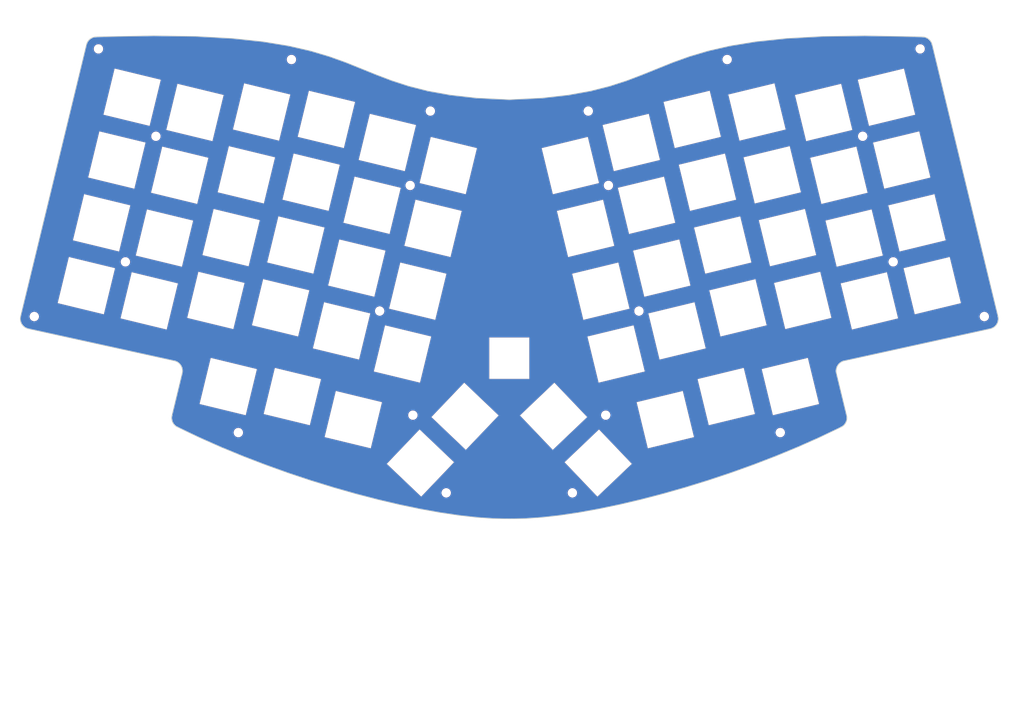
<source format=kicad_pcb>
(kicad_pcb (version 20211014) (generator pcbnew)
  (layers (0 "F.Cu" signal) (31 "B.Cu" signal) (34 "B.Paste" user) (35 "F.Paste" user) (36 "B.SilkS" user "B.Silkscreen") (37 "F.SilkS" user "F.Silkscreen") (38 "B.Mask" user) (39 "F.Mask" user) (44 "Edge.Cuts" user))
  (net 0 "")
  (footprint "footprints:thread_m2" (layer "F.Cu") (at 32.32276 109.967619)
    (fp_text reference "Ref**" hide)
    (fp_text value "Val**" hide)
    (pad "" np_thru_hole circle locked (at 0 0) (size 2.3 2.3) (drill 2.3) (layers *.Cu *.Mask))
  )
  (footprint "footprints:thread_m2" (layer "F.Cu") (at 134.058884 108.35541)
    (fp_text reference "Ref**" hide)
    (fp_text value "Val**" hide)
    (pad "" np_thru_hole circle locked (at 0 0) (size 2.3 2.3) (drill 2.3) (layers *.Cu *.Mask))
  )
  (footprint "footprints:thread_m2" (layer "F.Cu") (at 195.503598 49.411056)
    (fp_text reference "Ref**" hide)
    (fp_text value "Val**" hide)
    (pad "" np_thru_hole circle locked (at 0 0) (size 2.3 2.3) (drill 2.3) (layers *.Cu *.Mask))
  )
  (footprint "footprints:thread_m2" (layer "F.Cu") (at 190.82531 161.9455)
    (fp_text reference "Ref**" hide)
    (fp_text value "Val**" hide)
    (pad "" np_thru_hole circle locked (at 0 0) (size 2.3 2.3) (drill 2.3) (layers *.Cu *.Mask))
  )
  (footprint "footprints:thread_m2" (layer "F.Cu") (at 143.043649 71.329958)
    (fp_text reference "Ref**" hide)
    (fp_text value "Val**" hide)
    (pad "" np_thru_hole circle locked (at 0 0) (size 2.3 2.3) (drill 2.3) (layers *.Cu *.Mask))
  )
  (footprint "footprints:thread_m2" (layer "F.Cu") (at 210.428616 108.35541)
    (fp_text reference "Ref**" hide)
    (fp_text value "Val**" hide)
    (pad "" np_thru_hole circle locked (at 0 0) (size 2.3 2.3) (drill 2.3) (layers *.Cu *.Mask))
  )
  (footprint "footprints:thread_m2" (layer "F.Cu") (at 143.842706 139.039552)
    (fp_text reference "Ref**" hide)
    (fp_text value "Val**" hide)
    (pad "" np_thru_hole circle locked (at 0 0) (size 2.3 2.3) (drill 2.3) (layers *.Cu *.Mask))
  )
  (footprint "footprints:thread_m2" (layer "F.Cu") (at 92.428272 144.176225)
    (fp_text reference "Ref**" hide)
    (fp_text value "Val**" hide)
    (pad "" np_thru_hole circle locked (at 0 0) (size 2.3 2.3) (drill 2.3) (layers *.Cu *.Mask))
  )
  (footprint "footprints:thread_m2" (layer "F.Cu") (at 68.150425 56.831564)
    (fp_text reference "Ref**" hide)
    (fp_text value "Val**" hide)
    (pad "" np_thru_hole circle locked (at 0 0) (size 2.3 2.3) (drill 2.3) (layers *.Cu *.Mask))
  )
  (footprint "footprints:thread_m2" (layer "F.Cu") (at 59.165661 93.857014)
    (fp_text reference "Ref**" hide)
    (fp_text value "Val**" hide)
    (pad "" np_thru_hole circle locked (at 0 0) (size 2.3 2.3) (drill 2.3) (layers *.Cu *.Mask))
  )
  (footprint "footprints:thread_m2" (layer "F.Cu") (at 252.059228 144.176225)
    (fp_text reference "Ref**" hide)
    (fp_text value "Val**" hide)
    (pad "" np_thru_hole circle locked (at 0 0) (size 2.3 2.3) (drill 2.3) (layers *.Cu *.Mask))
  )
  (footprint "footprints:thread_m2" (layer "F.Cu") (at 285.32184 93.857014)
    (fp_text reference "Ref**" hide)
    (fp_text value "Val**" hide)
    (pad "" np_thru_hole circle locked (at 0 0) (size 2.3 2.3) (drill 2.3) (layers *.Cu *.Mask))
  )
  (footprint "footprints:thread_m2" (layer "F.Cu") (at 153.662189 161.9455)
    (fp_text reference "Ref**" hide)
    (fp_text value "Val**" hide)
    (pad "" np_thru_hole circle locked (at 0 0) (size 2.3 2.3) (drill 2.3) (layers *.Cu *.Mask))
  )
  (footprint "footprints:thread_m2" (layer "F.Cu") (at 148.983902 49.411055)
    (fp_text reference "Ref**" hide)
    (fp_text value "Val**" hide)
    (pad "" np_thru_hole circle locked (at 0 0) (size 2.3 2.3) (drill 2.3) (layers *.Cu *.Mask))
  )
  (footprint "footprints:thread_m2" (layer "F.Cu") (at 200.644795 139.039553)
    (fp_text reference "Ref**" hide)
    (fp_text value "Val**" hide)
    (pad "" np_thru_hole circle locked (at 0 0) (size 2.3 2.3) (drill 2.3) (layers *.Cu *.Mask))
  )
  (footprint "footprints:thread_m2" (layer "F.Cu") (at 236.41531 34.213833)
    (fp_text reference "Ref**" hide)
    (fp_text value "Val**" hide)
    (pad "" np_thru_hole circle locked (at 0 0) (size 2.3 2.3) (drill 2.3) (layers *.Cu *.Mask))
  )
  (footprint "footprints:thread_m2" (layer "F.Cu") (at 312.16474 109.967618)
    (fp_text reference "Ref**" hide)
    (fp_text value "Val**" hide)
    (pad "" np_thru_hole circle locked (at 0 0) (size 2.3 2.3) (drill 2.3) (layers *.Cu *.Mask))
  )
  (footprint "footprints:thread_m2" (layer "F.Cu") (at 276.337074 56.831564)
    (fp_text reference "Ref**" hide)
    (fp_text value "Val**" hide)
    (pad "" np_thru_hole circle locked (at 0 0) (size 2.3 2.3) (drill 2.3) (layers *.Cu *.Mask))
  )
  (footprint "footprints:thread_m2" (layer "F.Cu") (at 108.07219 34.213833)
    (fp_text reference "Ref**" hide)
    (fp_text value "Val**" hide)
    (pad "" np_thru_hole circle locked (at 0 0) (size 2.3 2.3) (drill 2.3) (layers *.Cu *.Mask))
  )
  (footprint "footprints:thread_m2" (layer "F.Cu") (at 201.443852 71.329958)
    (fp_text reference "Ref**" hide)
    (fp_text value "Val**" hide)
    (pad "" np_thru_hole circle locked (at 0 0) (size 2.3 2.3) (drill 2.3) (layers *.Cu *.Mask))
  )
  (footprint "footprints:thread_m2" (layer "F.Cu") (at 51.225279 31.08143)
    (fp_text reference "Ref**" hide)
    (fp_text value "Val**" hide)
    (pad "" np_thru_hole circle locked (at 0 0) (size 2.3 2.3) (drill 2.3) (layers *.Cu *.Mask))
  )
  (footprint "footprints:thread_m2" (layer "F.Cu") (at 293.262218 31.081431)
    (fp_text reference "Ref**" hide)
    (fp_text value "Val**" hide)
    (pad "" np_thru_hole circle locked (at 0 0) (size 2.3 2.3) (drill 2.3) (layers *.Cu *.Mask))
  )
  (gr_line (start 286.764987 110.511403) (end 273.159834 113.812892) (layer "Edge.Cuts") (width 0.05))
  (gr_line (start 185.070239 73.930156) (end 181.76875 60.325003) (layer "Edge.Cuts") (width 0.05))
  (gr_line (start 178.14375 116.1375) (end 178.14375 128.3375) (layer "Edge.Cuts") (width 0.05))
  (gr_line (start 72.826638 140.340233) (end 72.807354 140.208122) (layer "Edge.Cuts") (width 0.204448))
  (gr_line (start 208.851049 112.561691) (end 212.152538 126.166844) (layer "Edge.Cuts") (width 0.05))
  (gr_line (start 28.233966 111.110147) (end 28.213613 110.963526) (layer "Edge.Cuts") (width 0.204448))
  (gr_line (start 291.672558 109.320508) (end 288.371069 95.715355) (layer "Edge.Cuts") (width 0.05))
  (gr_line (start 199.719925 53.518529) (end 213.325078 50.21704) (layer "Edge.Cuts") (width 0.05))
  (gr_line (start 29.422475 113.058628) (end 29.306226 112.967974) (layer "Edge.Cuts") (width 0.204448))
  (gr_line (start 136.827344 107.654118) (end 140.128833 94.048965) (layer "Edge.Cuts") (width 0.05))
  (gr_line (start 49.801477 27.636031) (end 49.921894 27.604745) (layer "Edge.Cuts") (width 0.204448))
  (gr_line (start 296.482851 29.026956) (end 296.543097 29.135258) (layer "Edge.Cuts") (width 0.204448))
  (gr_line (start 269.818505 142.643689) (end 269.818505 142.643689) (layer "Edge.Cuts") (width 0.204448))
  (gr_line (start 295.861331 28.274012) (end 295.951458 28.356189) (layer "Edge.Cuts") (width 0.204448))
  (gr_line (start 74.668995 142.643689) (end 74.540768 142.587792) (layer "Edge.Cuts") (width 0.204448))
  (gr_line (start 47.747428 29.595758) (end 47.789825 29.476734) (layer "Edge.Cuts") (width 0.204448))
  (gr_line (start 295.671625 28.120871) (end 295.768013 28.195542) (layer "Edge.Cuts") (width 0.204448))
  (gr_line (start 28.384444 111.67661) (end 28.336745 111.538458) (layer "Edge.Cuts") (width 0.204448))
  (gr_line (start 49.01737 27.98333) (end 49.122236 27.920653) (layer "Edge.Cuts") (width 0.204448))
  (gr_line (start 314.818268 113.223344) (end 314.688042 113.296944) (layer "Edge.Cuts") (width 0.204448))
  (gr_line (start 250.779149 151.116138) (end 244.154356 153.665827) (layer "Edge.Cuts") (width 0.204448))
  (gr_line (start 73.319775 141.557133) (end 73.247247 141.44663) (layer "Edge.Cuts") (width 0.204448))
  (gr_line (start 49.229689 27.862166) (end 49.339602 27.807969) (layer "Edge.Cuts") (width 0.204448))
  (gr_line (start 216.49856 122.661859) (end 213.197071 109.056706) (layer "Edge.Cuts") (width 0.05))
  (gr_line (start 188.533318 152.920644) (end 198.664981 143.258895) (layer "Edge.Cuts") (width 0.05))
  (gr_line (start 141.466085 67.123681) (end 127.860932 63.822192) (layer "Edge.Cuts") (width 0.05))
  (gr_line (start 246.581641 125.459036) (end 260.186794 122.157547) (layer "Edge.Cuts") (width 0.05))
  (gr_line (start 316.191825 111.397842) (end 316.150755 111.538458) (layer "Edge.Cuts") (width 0.204448))
  (gr_line (start 291.616148 27.465025) (end 291.616148 27.465025) (layer "Edge.Cuts") (width 0.204448))
  (gr_line (start 72.870269 139.123418) (end 72.870269 139.123418) (layer "Edge.Cuts") (width 0.204448))
  (gr_line (start 296.121657 28.531264) (end 296.201487 28.623968) (layer "Edge.Cuts") (width 0.204448))
  (gr_line (start 271.701158 139.940515) (end 271.693608 140.074823) (layer "Edge.Cuts") (width 0.204448))
  (gr_line (start 276.908507 27.190899) (end 291.616148 27.465025) (layer "Edge.Cuts") (width 0.204448))
  (gr_line (start 73.644204 123.055246) (end 30.513469 113.568169) (layer "Edge.Cuts") (width 0.204448))
  (gr_line (start 28.987683 112.665585) (end 28.892037 112.555412) (layer "Edge.Cuts") (width 0.204448))
  (gr_line (start 269.818505 142.643689) (end 269.818505 142.643689) (layer "Edge.Cuts") (width 0.204448))
  (gr_line (start 231.276256 43.410565) (end 234.577745 57.015718) (layer "Edge.Cuts") (width 0.05))
  (gr_line (start 316.287053 110.815363) (end 316.273887 110.963526) (layer "Edge.Cuts") (width 0.204448))
  (gr_line (start 271.605192 140.600195) (end 271.568987 140.727686) (layer "Edge.Cuts") (width 0.204448))
  (gr_line (start 48.815875 28.120871) (end 48.915207 28.050101) (layer "Edge.Cuts") (width 0.204448))
  (gr_line (start 30.362753 113.527594) (end 30.215852 113.479956) (layer "Edge.Cuts") (width 0.204448))
  (gr_line (start 268.96929 124.422858) (end 268.896538 124.548803) (layer "Edge.Cuts") (width 0.204448))
  (gr_line (start 80.999218 135.762699) (end 84.300707 122.157546) (layer "Edge.Cuts") (width 0.05))
  (gr_line (start 211.384728 38.690821) (end 220.350922 35.071559) (layer "Edge.Cuts") (width 0.204448))
  (gr_line (start 145.940114 129.468332) (end 132.334961 126.166843) (layer "Edge.Cuts") (width 0.05))
  (gr_line (start 141.319724 89.141391) (end 144.621213 75.536238) (layer "Edge.Cuts") (width 0.05))
  (gr_line (start 270.843297 123.055246) (end 270.692625 123.095807) (layer "Edge.Cuts") (width 0.204448))
  (gr_line (start 189.562622 92.442881) (end 186.261133 78.837728) (layer "Edge.Cuts") (width 0.05))
  (gr_line (start 316.282032 110.363935) (end 316.291265 110.515338) (layer "Edge.Cuts") (width 0.204448))
  (gr_line (start 28.205469 110.363936) (end 28.222453 110.211909) (layer "Edge.Cuts") (width 0.204448))
  (gr_line (start 294.443453 27.578335) (end 294.565604 27.604747) (layer "Edge.Cuts") (width 0.204448))
  (gr_line (start 89.644587 59.744997) (end 103.24974 63.046486) (layer "Edge.Cuts") (width 0.05))
  (gr_line (start 113.726389 158.296462) (end 107.021037 156.062438) (layer "Edge.Cuts") (width 0.204448))
  (gr_line (start 159.41726 73.930155) (end 145.812107 70.628666) (layer "Edge.Cuts") (width 0.05))
  (gr_line (start 71.199658 54.973225) (end 74.501147 41.368072) (layer "Edge.Cuts") (width 0.05))
  (gr_line (start 294.921161 27.712836) (end 295.035639 27.758159) (layer "Edge.Cuts") (width 0.204448))
  (gr_line (start 269.525242 123.751059) (end 269.419065 123.85189) (layer "Edge.Cuts") (width 0.204448))
  (gr_line (start 57.722512 110.511402) (end 61.024001 96.906249) (layer "Edge.Cuts") (width 0.05))
  (gr_line (start 72.85165 140.470986) (end 72.826638 140.340233) (layer "Edge.Cuts") (width 0.204448))
  (gr_line (start 271.09037 141.664498) (end 271.008278 141.768548) (layer "Edge.Cuts") (width 0.204448))
  (gr_line (start 75.355083 124.182027) (end 75.264987 124.067605) (layer "Edge.Cuts") (width 0.204448))
  (gr_line (start 315.848822 112.200002) (end 315.770105 112.322392) (layer "Edge.Cuts") (width 0.204448))
  (gr_line (start 28.565882 112.073998) (end 28.499151 111.944611) (layer "Edge.Cuts") (width 0.204448))
  (gr_line (start 122.324013 65.224778) (end 119.022524 78.829931) (layer "Edge.Cuts") (width 0.05))
  (gr_line (start 192.718274 167.753844) (end 187.168667 168.583533) (layer "Edge.Cuts") (width 0.204448))
  (gr_line (start 268.525518 125.956217) (end 268.527151 126.106692) (layer "Edge.Cuts") (width 0.204448))
  (gr_line (start 57.307324 90.807782) (end 43.702171 87.506293) (layer "Edge.Cuts") (width 0.05))
  (gr_line (start 73.007216 140.976807) (end 72.96018 140.853283) (layer "Edge.Cuts") (width 0.204448))
  (gr_line (start 250.350529 41.232273) (end 253.652018 54.837426) (layer "Edge.Cuts") (width 0.05))
  (gr_line (start 47.70979 29.717219) (end 47.747428 29.595758) (layer "Edge.Cuts") (width 0.204448))
  (gr_line (start 29.669232 113.223345) (end 29.543521 113.143829) (layer "Edge.Cuts") (width 0.204448))
  (gr_line (start 119.022524 78.829931) (end 105.417371 75.528442) (layer "Edge.Cuts") (width 0.05))
  (gr_line (start 294.194416 27.540527) (end 294.319682 27.556897) (layer "Edge.Cuts") (width 0.204448))
  (gr_line (start 28.499151 111.944611) (end 28.438627 111.812072) (layer "Edge.Cuts") (width 0.204448))
  (gr_line (start 185.518099 129.472596) (end 195.179848 139.604259) (layer "Edge.Cuts") (width 0.05))
  (gr_line (start 99.70131 28.943679) (end 107.26631 30.188302) (layer "Edge.Cuts") (width 0.204448))
  (gr_line (start 75.961983 125.956217) (end 75.95615 125.806821) (layer "Edge.Cuts") (width 0.204448))
  (gr_line (start 75.590962 124.548804) (end 75.51821 124.422858) (layer "Edge.Cuts") (width 0.204448))
  (gr_line (start 142.646177 42.046624) (end 148.277655 43.477212) (layer "Edge.Cuts") (width 0.204448))
  (gr_line (start 98.75736 81.559213) (end 95.455871 95.164366) (layer "Edge.Cuts") (width 0.05))
  (gr_line (start 270.843297 123.055246) (end 270.843297 123.055246) (layer "Edge.Cuts") (width 0.204448))
  (gr_line (start 316.240173 110.059496) (end 316.265046 110.21191) (layer "Edge.Cuts") (width 0.204448))
  (gr_line (start 241.299704 125.107203) (end 244.601193 138.712356) (layer "Edge.Cuts") (width 0.05))
  (gr_line (start 269.946733 142.587793) (end 269.818505 142.643689) (layer "Edge.Cuts") (width 0.204448))
  (gr_line (start 171.699046 169.602648) (end 171.699046 169.602648) (layer "Edge.Cuts") (width 0.204448))
  (gr_line (start 260.873582 63.182287) (end 274.478735 59.880798) (layer "Edge.Cuts") (width 0.05))
  (gr_line (start 296.650631 29.360245) (end 296.697674 29.476735) (layer "Edge.Cuts") (width 0.204448))
  (gr_line (start 240.261019 80.436017) (end 243.562508 94.04117) (layer "Edge.Cuts") (width 0.05))
  (gr_line (start 314.688042 113.296944) (end 314.553436 113.364401) (layer "Edge.Cuts") (width 0.204448))
  (gr_line (start 49.339602 27.807969) (end 49.451862 27.758158) (layer "Edge.Cuts") (width 0.204448))
  (gr_line (start 268.53135 125.806822) (end 268.525518 125.956217) (layer "Edge.Cuts") (width 0.204448))
  (gr_line (start 203.167775 89.141392) (end 189.562622 92.442881) (layer "Edge.Cuts") (width 0.05))
  (gr_line (start 74.416281 142.526633) (end 74.295629 142.460385) (layer "Edge.Cuts") (width 0.204448))
  (gr_line (start 198.195067 163.052307) (end 188.533318 152.920644) (layer "Edge.Cuts") (width 0.05))
  (gr_line (start 72.918513 140.727687) (end 72.882308 140.600195) (layer "Edge.Cuts") (width 0.204448))
  (gr_line (start 90.963488 113.677091) (end 77.358335 110.375602) (layer "Edge.Cuts") (width 0.05))
  (gr_line (start 208.704688 90.543981) (end 222.309841 87.242492) (layer "Edge.Cuts") (width 0.05))
  (gr_line (start 47.67704 29.841021) (end 47.67704 29.841021) (layer "Edge.Cuts") (width 0.204448))
  (gr_line (start 75.96035 126.106692) (end 75.961983 125.956217) (layer "Edge.Cuts") (width 0.204448))
  (gr_line (start 175.386436 139.134345) (end 185.518099 129.472596) (layer "Edge.Cuts") (width 0.05))
  (gr_line (start 268.536384 126.258013) (end 268.553364 126.409956) (layer "Edge.Cuts") (width 0.204448))
  (gr_line (start 213.325078 50.21704) (end 216.626567 63.822193) (layer "Edge.Cuts") (width 0.05))
  (gr_line (start 253.652018 54.837426) (end 240.046865 58.138915) (layer "Edge.Cuts") (width 0.05))
  (gr_line (start 51.49604 55.388413) (end 65.101193 58.689902) (layer "Edge.Cuts") (width 0.05))
  (gr_line (start 73.657255 141.966) (end 73.565962 141.86911) (layer "Edge.Cuts") (width 0.204448))
  (gr_line (start 80.659824 96.770449) (end 94.264977 100.071938) (layer "Edge.Cuts") (width 0.05))
  (gr_line (start 104.440634 58.138914) (end 90.835481 54.837425) (layer "Edge.Cuts") (width 0.05))
  (gr_line (start 149.113596 57.023513) (end 162.718749 60.325002) (layer "Edge.Cuts") (width 0.05))
  (gr_line (start 61.799704 72.295055) (end 48.194551 68.993566) (layer "Edge.Cuts") (width 0.05))
  (gr_line (start 75.87639 126.714775) (end 75.87639 126.714775) (layer "Edge.Cuts") (width 0.204448))
  (gr_line (start 28.222453 110.211909) (end 28.247327 110.059495) (layer "Edge.Cuts") (width 0.204448))
  (gr_line (start 74.084624 123.197889) (end 73.941728 123.143433) (layer "Edge.Cuts") (width 0.204448))
  (gr_line (start 47.83687 29.360244) (end 47.888436 29.246386) (layer "Edge.Cuts") (width 0.204448))
  (gr_line (start 73.853149 142.14807) (end 73.753013 142.059046) (layer "Edge.Cuts") (width 0.204448))
  (gr_line (start 132.481322 104.149133) (end 118.876169 100.847644) (layer "Edge.Cuts") (width 0.05))
  (gr_line (start 268.829846 124.678129) (end 268.769358 124.810606) (layer "Edge.Cuts") (width 0.204448))
  (gr_line (start 75.264987 124.067605) (end 75.169392 123.95748) (layer "Edge.Cuts") (width 0.204448))
  (gr_line (start 73.644204 123.055246) (end 73.644204 123.055246) (layer "Edge.Cuts") (width 0.204448))
  (gr_line (start 29.934065 113.3644) (end 29.799458 113.296945) (layer "Edge.Cuts") (width 0.204448))
  (gr_line (start 204.358666 94.048966) (end 207.660155 107.654119) (layer "Edge.Cuts") (width 0.05))
  (gr_line (start 50.044048 27.578335) (end 50.167819 27.556897) (layer "Edge.Cuts") (width 0.204448))
  (gr_line (start 271.370466 141.216927) (end 271.307864 141.333171) (layer "Edge.Cuts") (width 0.204448))
  (gr_line (start 146.292434 163.052306) (end 136.160771 153.390557) (layer "Edge.Cuts") (width 0.05))
  (gr_line (start 225.464975 78.829932) (end 222.163486 65.224779) (layer "Edge.Cuts") (width 0.05))
  (gr_line (start 47.67704 29.841021) (end 47.70979 29.717219) (layer "Edge.Cuts") (width 0.204448))
  (gr_line (start 212.152538 126.166844) (end 198.547385 129.468333) (layer "Edge.Cuts") (width 0.05))
  (gr_line (start 75.068435 123.85189) (end 74.962258 123.751059) (layer "Edge.Cuts") (width 0.204448))
  (gr_line (start 74.734805 123.5646) (end 74.613809 123.479435) (layer "Edge.Cuts") (width 0.204448))
  (gr_line (start 74.295629 142.460385) (end 74.178897 142.389228) (layer "Edge.Cuts") (width 0.204448))
  (gr_line (start 245.730139 81.559214) (end 259.335292 78.257725) (layer "Edge.Cuts") (width 0.05))
  (gr_line (start 295.572292 28.050102) (end 295.671625 28.120871) (layer "Edge.Cuts") (width 0.204448))
  (gr_line (start 229.957355 97.342659) (end 226.655866 83.737506) (layer "Edge.Cuts") (width 0.05))
  (gr_line (start 140.128833 94.048965) (end 153.733986 97.350454) (layer "Edge.Cuts") (width 0.05))
  (gr_line (start 270.545771 123.143432) (end 270.402876 123.197889) (layer "Edge.Cuts") (width 0.204448))
  (gr_line (start 80.830635 145.59556) (end 74.668995 142.643689) (layer "Edge.Cuts") (width 0.204448))
  (gr_line (start 52.686934 50.480841) (end 55.988423 36.875688) (layer "Edge.Cuts") (width 0.05))
  (gr_line (start 271.240252 141.446632) (end 271.167724 141.557133) (layer "Edge.Cuts") (width 0.204448))
  (gr_line (start 295.147897 27.807968) (end 295.257812 27.862166) (layer "Edge.Cuts") (width 0.204448))
  (gr_line (start 75.169392 123.95748) (end 75.068435 123.85189) (layer "Edge.Cuts") (width 0.204448))
  (gr_line (start 195.373903 57.023514) (end 198.675392 70.628667) (layer "Edge.Cuts") (width 0.05))
  (gr_line (start 73.247247 141.44663) (end 73.179638 141.333171) (layer "Edge.Cuts") (width 0.204448))
  (gr_line (start 157.318835 168.583534) (end 151.769227 167.753843) (layer "Edge.Cuts") (width 0.204448))
  (gr_line (start 80.114981 27.385572) (end 90.736643 27.989633) (layer "Edge.Cuts") (width 0.204448))
  (gr_line (start 28.892037 112.555412) (end 28.801896 112.440941) (layer "Edge.Cuts") (width 0.204448))
  (gr_line (start 90.736643 27.989633) (end 99.70131 28.943679) (layer "Edge.Cuts") (width 0.204448))
  (gr_line (start 65.101193 58.689902) (end 61.799704 72.295055) (layer "Edge.Cuts") (width 0.05))
  (gr_line (start 315.065026 113.058629) (end 314.943976 113.143829) (layer "Edge.Cuts") (width 0.204448))
  (gr_line (start 61.024001 96.906249) (end 74.629154 100.207738) (layer "Edge.Cuts") (width 0.05))
  (gr_line (start 48.137496 28.819223) (end 48.209856 28.719988) (layer "Edge.Cuts") (width 0.204448))
  (gr_line (start 198.675392 70.628667) (end 185.070239 73.930156) (layer "Edge.Cuts") (width 0.05))
  (gr_line (start 230.798534 31.664093) (end 237.221191 30.188301) (layer "Edge.Cuts") (width 0.204448))
  (gr_line (start 67.578993 27.1909) (end 80.114981 27.385572) (layer "Edge.Cuts") (width 0.204448))
  (gr_line (start 48.365843 28.531264) (end 48.449226 28.441971) (layer "Edge.Cuts") (width 0.204448))
  (gr_line (start 294.804581 27.672094) (end 294.921161 27.712836) (layer "Edge.Cuts") (width 0.204448))
  (gr_line (start 244.753402 98.948742) (end 248.054891 112.553895) (layer "Edge.Cuts") (width 0.05))
  (gr_line (start 120.403561 160.358394) (end 113.726389 158.296462) (layer "Edge.Cuts") (width 0.204448))
  (gr_line (start 119.226613 33.31165) (end 124.136578 35.07156) (layer "Edge.Cuts") (width 0.204448))
  (gr_line (start 195.245896 115.86318) (end 208.851049 112.561691) (layer "Edge.Cuts") (width 0.05))
  (gr_line (start 209.743371 135.215164) (end 223.348524 131.913675) (layer "Edge.Cuts") (width 0.05))
  (gr_line (start 93.708352 151.116138) (end 87.192303 148.422879) (layer "Edge.Cuts") (width 0.204448))
  (gr_line (start 222.163486 65.224779) (end 235.768639 61.92329) (layer "Edge.Cuts") (width 0.05))
  (gr_line (start 113.491459 142.013845) (end 99.886306 138.712356) (layer "Edge.Cuts") (width 0.05))
  (gr_line (start 198.547385 129.468333) (end 195.245896 115.86318) (layer "Edge.Cuts") (width 0.05))
  (gr_line (start 220.350922 35.071559) (end 225.260885 33.311648) (layer "Edge.Cuts") (width 0.204448))
  (gr_line (start 75.51821 124.422858) (end 75.439537 124.300523) (layer "Edge.Cuts") (width 0.204448))
  (gr_line (start 99.948251 76.651639) (end 86.343098 73.35015) (layer "Edge.Cuts") (width 0.05))
  (gr_line (start 201.841322 42.046625) (end 206.81384 40.431358) (layer "Edge.Cuts") (width 0.204448))
  (gr_line (start 296.350004 28.819223) (end 296.418447 28.921579) (layer "Edge.Cuts") (width 0.204448))
  (gr_line (start 72.870269 139.123418) (end 75.87639 126.714775) (layer "Edge.Cuts") (width 0.204448))
  (gr_line (start 139.809565 165.41654) (end 133.490788 163.927942) (layer "Edge.Cuts") (width 0.204448))
  (gr_line (start 316.150755 111.538458) (end 316.103057 111.676612) (layer "Edge.Cuts") (width 0.204448))
  (gr_line (start 62.214895 91.998677) (end 65.516384 78.393524) (layer "Edge.Cuts") (width 0.05))
  (gr_line (start 225.260885 33.311648) (end 230.798534 31.664093) (layer "Edge.Cuts") (width 0.204448))
  (gr_line (start 271.008278 141.768548) (end 270.921538 141.86911) (layer "Edge.Cuts") (width 0.204448))
  (gr_line (start 271.660862 140.340234) (end 271.635851 140.470985) (layer "Edge.Cuts") (width 0.204448))
  (gr_line (start 237.466463 156.062437) (end 230.76111 158.296463) (layer "Edge.Cuts") (width 0.204448))
  (gr_line (start 48.194551 68.993566) (end 51.49604 55.388413) (layer "Edge.Cuts") (width 0.05))
  (gr_line (start 295.365264 27.920653) (end 295.470131 27.98333) (layer "Edge.Cuts") (width 0.204448))
  (gr_line (start 28.261367 111.254995) (end 28.233966 111.110147) (layer "Edge.Cuts") (width 0.204448))
  (gr_line (start 296.697674 29.476735) (end 296.740073 29.595759) (layer "Edge.Cuts") (width 0.204448))
  (gr_line (start 72.807354 140.208122) (end 72.793892 140.074823) (layer "Edge.Cuts") (width 0.204448))
  (gr_line (start 148.277655 43.477212) (end 154.82542 44.663715) (layer "Edge.Cuts") (width 0.204448))
  (gr_line (start 117.837485 145.518829) (end 121.138974 131.913676) (layer "Edge.Cuts") (width 0.05))
  (gr_line (start 271.647055 139.260053) (end 271.670423 139.396744) (layer "Edge.Cuts") (width 0.204448))
  (gr_line (start 296.740073 29.595759) (end 296.77771 29.717219) (layer "Edge.Cuts") (width 0.204448))
  (gr_line (start 268.626501 125.224637) (end 268.592221 125.367414) (layer "Edge.Cuts") (width 0.204448))
  (gr_line (start 47.00366 73.90114) (end 60.608813 77.202629) (layer "Edge.Cuts") (width 0.05))
  (gr_line (start 207.513797 85.636407) (end 204.212308 72.031254) (layer "Edge.Cuts") (width 0.05))
  (gr_line (start 237.221191 30.188301) (end 244.786188 28.943679) (layer "Edge.Cuts") (width 0.204448))
  (gr_line (start 74.501147 41.368072) (end 88.1063 44.669561) (layer "Edge.Cuts") (width 0.05))
  (gr_line (start 72.840445 139.260053) (end 72.870269 139.123418) (layer "Edge.Cuts") (width 0.204448))
  (gr_line (start 253.524011 113.677092) (end 250.222522 100.071939) (layer "Edge.Cuts") (width 0.05))
  (gr_line (start 268.592221 125.367414) (end 268.564841 125.512189) (layer "Edge.Cuts") (width 0.204448))
  (gr_line (start 217.480593 162.238723) (end 210.996713 163.927941) (layer "Edge.Cuts") (width 0.204448))
  (gr_line (start 135.782811 90.54398) (end 132.481322 104.149133) (layer "Edge.Cuts") (width 0.05))
  (gr_line (start 47.944403 29.135257) (end 48.00465 29.026955) (layer "Edge.Cuts") (width 0.204448))
  (gr_line (start 123.514907 60.317206) (end 109.909754 57.015717) (layer "Edge.Cuts") (width 0.05))
  (gr_line (start 265.365962 81.695014) (end 278.971115 78.393525) (layer "Edge.Cuts") (width 0.05))
  (gr_line (start 28.438627 111.812072) (end 28.384444 111.67661) (layer "Edge.Cuts") (width 0.204448))
  (gr_line (start 187.168667 168.583533) (end 181.966735 169.174569) (layer "Edge.Cuts") (width 0.204448))
  (gr_line (start 314.943976 113.143829) (end 314.818268 113.223344) (layer "Edge.Cuts") (width 0.204448))
  (gr_line (start 74.357974 123.326378) (end 74.223417 123.258948) (layer "Edge.Cuts") (width 0.204448))
  (gr_line (start 189.66208 44.663715) (end 196.209846 43.477212) (layer "Edge.Cuts") (width 0.204448))
  (gr_line (start 288.371069 95.715355) (end 301.976222 92.413866) (layer "Edge.Cuts") (width 0.05))
  (gr_line (start 72.882308 140.600195) (end 72.85165 140.470986) (layer "Edge.Cuts") (width 0.204448))
  (gr_line (start 74.962258 123.751059) (end 74.851 123.655219) (layer "Edge.Cuts") (width 0.204448))
  (gr_line (start 315.770105 112.322392) (end 315.685604 112.440941) (layer "Edge.Cuts") (width 0.204448))
  (gr_line (start 30.215852 113.479956) (end 30.072909 113.425481) (layer "Edge.Cuts") (width 0.204448))
  (gr_line (start 315.988348 111.94461) (end 315.921617 112.073999) (layer "Edge.Cuts") (width 0.204448))
  (gr_line (start 131.442638 148.820318) (end 117.837485 145.518829) (layer "Edge.Cuts") (width 0.05))
  (gr_line (start 28.200445 110.815365) (end 28.194606 110.665892) (layer "Edge.Cuts") (width 0.204448))
  (gr_line (start 74.488151 123.399952) (end 74.357974 123.326378) (layer "Edge.Cuts") (width 0.204448))
  (gr_line (start 166.34375 116.1375) (end 178.14375 116.1375) (layer "Edge.Cuts") (width 0.05))
  (gr_line (start 316.20727 109.90692) (end 316.20727 109.90692) (layer "Edge.Cuts") (width 0.204448))
  (gr_line (start 80.312428 76.787439) (end 66.707275 73.48595) (layer "Edge.Cuts") (width 0.05))
  (gr_line (start 313.974031 113.568168) (end 270.843297 123.055246) (layer "Edge.Cuts") (width 0.204448))
  (gr_line (start 270.071219 142.526632) (end 269.946733 142.587793) (layer "Edge.Cuts") (width 0.204448))
  (gr_line (start 50.419719 27.529326) (end 50.547612 27.52339) (layer "Edge.Cuts") (width 0.204448))
  (gr_line (start 273.159834 113.812892) (end 269.858345 100.207739) (layer "Edge.Cuts") (width 0.05))
  (gr_line (start 269.222513 124.067605) (end 269.132417 124.182027) (layer "Edge.Cuts") (width 0.204448))
  (gr_line (start 52.871352 27.465024) (end 52.871352 27.465024) (layer "Edge.Cuts") (width 0.204448))
  (gr_line (start 66.292087 53.78233) (end 52.686934 50.480841) (layer "Edge.Cuts") (width 0.05))
  (gr_line (start 48.536044 28.356189) (end 48.626169 28.274012) (layer "Edge.Cuts") (width 0.204448))
  (gr_line (start 71.327665 113.812891) (end 57.722512 110.511402) (layer "Edge.Cuts") (width 0.05))
  (gr_line (start 314.271648 113.479955) (end 314.124747 113.527596) (layer "Edge.Cuts") (width 0.204448))
  (gr_line (start 216.626567 63.822193) (end 203.021414 67.123682) (layer "Edge.Cuts") (width 0.05))
  (gr_line (start 270.191873 142.460384) (end 270.071219 142.526632) (layer "Edge.Cuts") (width 0.204448))
  (gr_line (start 81.850718 91.862877) (end 85.152207 78.257724) (layer "Edge.Cuts") (width 0.05))
  (gr_line (start 227.694551 128.408692) (end 241.299704 125.107203) (layer "Edge.Cuts") (width 0.05))
  (gr_line (start 270.129526 123.326378) (end 269.999349 123.399951) (layer "Edge.Cuts") (width 0.204448))
  (gr_line (start 75.87639 126.714775) (end 75.909277 126.562287) (layer "Edge.Cuts") (width 0.204448))
  (gr_line (start 73.397131 141.664498) (end 73.319775 141.557133) (layer "Edge.Cuts") (width 0.204448))
  (gr_line (start 282.687795 72.295056) (end 279.386306 58.689903) (layer "Edge.Cuts") (width 0.05))
  (gr_line (start 117.831633 83.737505) (end 114.530144 97.342658) (layer "Edge.Cuts") (width 0.05))
  (gr_line (start 220.972592 60.317207) (end 217.671103 46.712054) (layer "Edge.Cuts") (width 0.05))
  (gr_line (start 296.810461 29.84102) (end 296.810461 29.84102) (layer "Edge.Cuts") (width 0.204448))
  (gr_line (start 224.08394 160.358395) (end 217.480593 162.238723) (layer "Edge.Cuts") (width 0.204448))
  (gr_line (start 74.066182 142.313337) (end 73.957568 142.232893) (layer "Edge.Cuts") (width 0.204448))
  (gr_line (start 271.698158 139.669582) (end 271.702705 139.805375) (layer "Edge.Cuts") (width 0.204448))
  (gr_line (start 48.719485 28.195541) (end 48.815875 28.120871) (layer "Edge.Cuts") (width 0.204448))
  (gr_line (start 73.117034 141.216928) (end 73.059529 141.098081) (layer "Edge.Cuts") (width 0.204448))
  (gr_line (start 28.196234 110.515337) (end 28.205469 110.363936) (layer "Edge.Cuts") (width 0.204448))
  (gr_line (start 172.788453 169.602646) (end 172.788453 169.602646) (layer "Edge.Cuts") (width 0.204448))
  (gr_line (start 29.194917 112.872094) (end 29.08869 112.771221) (layer "Edge.Cuts") (width 0.204448))
  (gr_line (start 316.253533 111.110146) (end 316.226134 111.254996) (layer "Edge.Cuts") (width 0.204448))
  (gr_line (start 264.175071 76.78744) (end 260.873582 63.182287) (layer "Edge.Cuts") (width 0.05))
  (gr_line (start 74.223417 123.258948) (end 74.084624 123.197889) (layer "Edge.Cuts") (width 0.204448))
  (gr_line (start 50.547612 27.52339) (end 52.871352 27.465024) (layer "Edge.Cuts") (width 0.204448))
  (gr_line (start 55.988423 36.875688) (end 69.593576 40.177177) (layer "Edge.Cuts") (width 0.05))
  (gr_line (start 293.939888 27.523389) (end 293.939888 27.523389) (layer "Edge.Cuts") (width 0.204448))
  (gr_line (start 28.213613 110.963526) (end 28.200445 110.815365) (layer "Edge.Cuts") (width 0.204448))
  (gr_line (start 75.95615 125.806821) (end 75.942997 125.658736) (layer "Edge.Cuts") (width 0.204448))
  (gr_line (start 268.544503 125.658735) (end 268.53135 125.806822) (layer "Edge.Cuts") (width 0.204448))
  (gr_line (start 155.954183 152.920643) (end 146.292434 163.052306) (layer "Edge.Cuts") (width 0.05))
  (gr_line (start 28.638677 112.200002) (end 28.565882 112.073998) (layer "Edge.Cuts") (width 0.204448))
  (gr_line (start 244.539248 76.65164) (end 241.237759 63.046487) (layer "Edge.Cuts") (width 0.05))
  (gr_line (start 269.419065 123.85189) (end 269.318107 123.957482) (layer "Edge.Cuts") (width 0.204448))
  (gr_line (start 270.921538 141.86911) (end 270.830245 141.966) (layer "Edge.Cuts") (width 0.204448))
  (gr_line (start 49.682918 27.672093) (end 49.801477 27.636031) (layer "Edge.Cuts") (width 0.204448))
  (gr_line (start 126.670038 68.729764) (end 140.275191 72.031253) (layer "Edge.Cuts") (width 0.05))
  (gr_line (start 113.211243 43.410564) (end 126.816396 46.712053) (layer "Edge.Cuts") (width 0.05))
  (gr_line (start 208.32673 153.390558) (end 198.195067 163.052307) (layer "Edge.Cuts") (width 0.05))
  (gr_line (start 273.287841 54.973226) (end 259.682688 58.274715) (layer "Edge.Cuts") (width 0.05))
  (gr_line (start 271.527321 140.853283) (end 271.480285 140.976807) (layer "Edge.Cuts") (width 0.204448))
  (gr_line (start 314.414589 113.42548) (end 314.271648 113.479955) (layer "Edge.Cuts") (width 0.204448))
  (gr_line (start 178.14375 128.3375) (end 166.34375 128.3375) (layer "Edge.Cuts") (width 0.05))
  (gr_line (start 169.101064 139.134344) (end 159.439315 149.266007) (layer "Edge.Cuts") (width 0.05))
  (gr_line (start 239.070128 75.528443) (end 225.464975 78.829932) (layer "Edge.Cuts") (width 0.05))
  (gr_line (start 258.144401 73.350151) (end 244.539248 76.65164) (layer "Edge.Cuts") (width 0.05))
  (gr_line (start 263.488283 135.7627) (end 249.88313 139.064189) (layer "Edge.Cuts") (width 0.05))
  (gr_line (start 50.167819 27.556897) (end 50.293084 27.540528) (layer "Edge.Cuts") (width 0.204448))
  (gr_line (start 73.059529 141.098081) (end 73.007216 140.976807) (layer "Edge.Cuts") (width 0.204448))
  (gr_line (start 213.04486 148.820317) (end 209.743371 135.215164) (layer "Edge.Cuts") (width 0.05))
  (gr_line (start 268.715211 124.946004) (end 268.667546 125.084089) (layer "Edge.Cuts") (width 0.204448))
  (gr_line (start 270.63435 142.14807) (end 270.529931 142.232893) (layer "Edge.Cuts") (width 0.204448))
  (gr_line (start 96.432608 112.553894) (end 99.734097 98.948741) (layer "Edge.Cuts") (width 0.05))
  (gr_line (start 154.82542 44.663715) (end 162.546803 45.546725) (layer "Edge.Cuts") (width 0.204448))
  (gr_line (start 181.940698 45.546725) (end 189.66208 44.663715) (layer "Edge.Cuts") (width 0.204448))
  (gr_line (start 315.292583 112.872094) (end 315.181275 112.967974) (layer "Edge.Cuts") (width 0.204448))
  (gr_line (start 277.780224 73.485951) (end 264.175071 76.78744) (layer "Edge.Cuts") (width 0.05))
  (gr_line (start 244.601193 138.712356) (end 230.99604 142.013845) (layer "Edge.Cuts") (width 0.05))
  (gr_line (start 314.124747 113.527596) (end 313.974031 113.568168) (layer "Edge.Cuts") (width 0.204448))
  (gr_line (start 270.529931 142.232893) (end 270.421318 142.313337) (layer "Edge.Cuts") (width 0.204448))
  (gr_line (start 172.24375 46.0375) (end 181.940698 45.546725) (layer "Edge.Cuts") (width 0.204448))
  (gr_line (start 316.048874 111.812073) (end 315.988348 111.94461) (layer "Edge.Cuts") (width 0.204448))
  (gr_line (start 305.277711 106.019019) (end 291.672558 109.320508) (layer "Edge.Cuts") (width 0.05))
  (gr_line (start 72.786342 139.940514) (end 72.784795 139.805375) (layer "Edge.Cuts") (width 0.204448))
  (gr_line (start 28.801896 112.440941) (end 28.717395 112.322393) (layer "Edge.Cuts") (width 0.204448))
  (gr_line (start 75.657653 124.678129) (end 75.590962 124.548804) (layer "Edge.Cuts") (width 0.204448))
  (gr_line (start 77.358335 110.375602) (end 80.659824 96.770449) (layer "Edge.Cuts") (width 0.05))
  (gr_line (start 296.810461 29.84102) (end 316.20727 109.90692) (layer "Edge.Cuts") (width 0.204448))
  (gr_line (start 271.568987 140.727686) (end 271.527321 140.853283) (layer "Edge.Cuts") (width 0.204448))
  (gr_line (start 240.046865 58.138915) (end 236.745376 44.533762) (layer "Edge.Cuts") (width 0.05))
  (gr_line (start 103.24974 63.046486) (end 99.948251 76.651639) (layer "Edge.Cuts") (width 0.05))
  (gr_line (start 230.99604 142.013845) (end 227.694551 128.408692) (layer "Edge.Cuts") (width 0.05))
  (gr_line (start 230.76111 158.296463) (end 224.08394 160.358395) (layer "Edge.Cuts") (width 0.204448))
  (gr_line (start 295.035639 27.758159) (end 295.147897 27.807968) (layer "Edge.Cuts") (width 0.204448))
  (gr_line (start 28.336745 111.538458) (end 28.295674 111.397843) (layer "Edge.Cuts") (width 0.204448))
  (gr_line (start 126.816396 46.712053) (end 123.514907 60.317206) (layer "Edge.Cuts") (width 0.05))
  (gr_line (start 268.578223 126.562286) (end 268.611109 126.714775) (layer "Edge.Cuts") (width 0.204448))
  (gr_line (start 274.893923 40.177178) (end 288.499076 36.875689) (layer "Edge.Cuts") (width 0.05))
  (gr_line (start 268.769358 124.810606) (end 268.715211 124.946004) (layer "Edge.Cuts") (width 0.204448))
  (gr_line (start 153.733986 97.350454) (end 150.432497 110.955607) (layer "Edge.Cuts") (width 0.05))
  (gr_line (start 73.565962 141.86911) (end 73.479223 141.768549) (layer "Edge.Cuts") (width 0.204448))
  (gr_line (start 295.257812 27.862166) (end 295.365264 27.920653) (layer "Edge.Cuts") (width 0.204448))
  (gr_line (start 74.629154 100.207738) (end 71.327665 113.812891) (layer "Edge.Cuts") (width 0.05))
  (gr_line (start 84.804811 58.274714) (end 71.199658 54.973225) (layer "Edge.Cuts") (width 0.05))
  (gr_line (start 85.152207 78.257724) (end 98.75736 81.559213) (layer "Edge.Cuts") (width 0.05))
  (gr_line (start 269.999349 123.399951) (end 269.873694 123.479436) (layer "Edge.Cuts") (width 0.204448))
  (gr_line (start 42.511277 92.413865) (end 56.11643 95.715354) (layer "Edge.Cuts") (width 0.05))
  (gr_line (start 72.793892 140.074823) (end 72.786342 139.940514) (layer "Edge.Cuts") (width 0.204448))
  (gr_line (start 268.667451 95.300167) (end 265.365962 81.695014) (layer "Edge.Cuts") (width 0.05))
  (gr_line (start 223.348524 131.913675) (end 226.650013 145.518828) (layer "Edge.Cuts") (width 0.05))
  (gr_line (start 271.167724 141.557133) (end 271.09037 141.664498) (layer "Edge.Cuts") (width 0.204448))
  (gr_line (start 278.195412 53.782331) (end 274.893923 40.177178) (layer "Edge.Cuts") (width 0.05))
  (gr_line (start 268.667546 125.084089) (end 268.626501 125.224637) (layer "Edge.Cuts") (width 0.204448))
  (gr_line (start 113.688966 31.664094) (end 119.226613 33.31165) (layer "Edge.Cuts") (width 0.204448))
  (gr_line (start 270.308602 142.389229) (end 270.191873 142.460384) (layer "Edge.Cuts") (width 0.204448))
  (gr_line (start 314.553436 113.364401) (end 314.414589 113.42548) (layer "Edge.Cuts") (width 0.204448))
  (gr_line (start 316.273887 110.963526) (end 316.253533 111.110146) (layer "Edge.Cuts") (width 0.204448))
  (gr_line (start 268.564841 125.512189) (end 268.544503 125.658735) (layer "Edge.Cuts") (width 0.204448))
  (gr_line (start 149.307652 139.604258) (end 158.969401 129.472595) (layer "Edge.Cuts") (width 0.05))
  (gr_line (start 316.265046 110.21191) (end 316.282032 110.363935) (layer "Edge.Cuts") (width 0.204448))
  (gr_line (start 270.421318 142.313337) (end 270.308602 142.389229) (layer "Edge.Cuts") (width 0.204448))
  (gr_line (start 84.300707 122.157546) (end 97.90586 125.459035) (layer "Edge.Cuts") (width 0.05))
  (gr_line (start 48.069053 28.921578) (end 48.137496 28.819223) (layer "Edge.Cuts") (width 0.204448))
  (gr_line (start 90.835481 54.837425) (end 94.13697 41.232272) (layer "Edge.Cuts") (width 0.05))
  (gr_line (start 74.178897 142.389228) (end 74.066182 142.313337) (layer "Edge.Cuts") (width 0.204448))
  (gr_line (start 203.021414 67.123682) (end 199.719925 53.518529) (layer "Edge.Cuts") (width 0.05))
  (gr_line (start 150.432497 110.955607) (end 136.827344 107.654118) (layer "Edge.Cuts") (width 0.05))
  (gr_line (start 269.047962 124.300522) (end 268.96929 124.422858) (layer "Edge.Cuts") (width 0.204448))
  (gr_line (start 99.886306 138.712356) (end 103.187795 125.107203) (layer "Edge.Cuts") (width 0.05))
  (gr_line (start 75.934137 126.409956) (end 75.951114 126.258014) (layer "Edge.Cuts") (width 0.204448))
  (gr_line (start 315.39881 112.771221) (end 315.292583 112.872094) (layer "Edge.Cuts") (width 0.204448))
  (gr_line (start 144.621213 75.536238) (end 158.226366 78.837727) (layer "Edge.Cuts") (width 0.05))
  (gr_line (start 210.996713 163.927941) (end 204.677936 165.41654) (layer "Edge.Cuts") (width 0.204448))
  (gr_line (start 295.470131 27.98333) (end 295.572292 28.050102) (layer "Edge.Cuts") (width 0.204448))
  (gr_line (start 249.88313 139.064189) (end 246.581641 125.459036) (layer "Edge.Cuts") (width 0.05))
  (gr_line (start 159.439315 149.266007) (end 149.307652 139.604258) (layer "Edge.Cuts") (width 0.05))
  (gr_line (start 88.1063 44.669561) (end 84.804811 58.274714) (layer "Edge.Cuts") (width 0.05))
  (gr_line (start 162.718749 60.325002) (end 159.41726 73.930155) (layer "Edge.Cuts") (width 0.05))
  (gr_line (start 49.56634 27.712836) (end 49.682918 27.672093) (layer "Edge.Cuts") (width 0.204448))
  (gr_line (start 283.463498 96.90625) (end 286.764987 110.511403) (layer "Edge.Cuts") (width 0.05))
  (gr_line (start 268.553364 126.409956) (end 268.578223 126.562286) (layer "Edge.Cuts") (width 0.204448))
  (gr_line (start 28.28023 109.90692) (end 47.67704 29.841021) (layer "Edge.Cuts") (width 0.204448))
  (gr_line (start 127.860932 63.822192) (end 131.162421 50.217039) (layer "Edge.Cuts") (width 0.05))
  (gr_line (start 162.520765 169.174568) (end 157.318835 168.583534) (layer "Edge.Cuts") (width 0.204448))
  (gr_line (start 99.734097 98.948741) (end 113.33925 102.25023) (layer "Edge.Cuts") (width 0.05))
  (gr_line (start 282.272604 91.998678) (end 268.667451 95.300167) (layer "Edge.Cuts") (width 0.05))
  (gr_line (start 316.226134 111.254996) (end 316.191825 111.397842) (layer "Edge.Cuts") (width 0.204448))
  (gr_line (start 48.915207 28.050101) (end 49.01737 27.98333) (layer "Edge.Cuts") (width 0.204448))
  (gr_line (start 43.702171 87.506293) (end 47.00366 73.90114) (layer "Edge.Cuts") (width 0.05))
  (gr_line (start 50.293084 27.540528) (end 50.419719 27.529326) (layer "Edge.Cuts") (width 0.204448))
  (gr_line (start 198.569911 166.695009) (end 192.718274 167.753844) (layer "Edge.Cuts") (width 0.204448))
  (gr_line (start 222.309841 87.242492) (end 225.61133 100.847645) (layer "Edge.Cuts") (width 0.05))
  (gr_line (start 226.650013 145.518828) (end 213.04486 148.820317) (layer "Edge.Cuts") (width 0.05))
  (gr_line (start 199.866286 75.536239) (end 203.167775 89.141392) (layer "Edge.Cuts") (width 0.05))
  (gr_line (start 75.89528 125.367414) (end 75.860999 125.224637) (layer "Edge.Cuts") (width 0.204448))
  (gr_line (start 94.13697 41.232272) (end 107.742123 44.533761) (layer "Edge.Cuts") (width 0.05))
  (gr_line (start 269.858345 100.207739) (end 283.463498 96.90625) (layer "Edge.Cuts") (width 0.05))
  (gr_line (start 75.909277 126.562287) (end 75.934137 126.409956) (layer "Edge.Cuts") (width 0.204448))
  (gr_line (start 72.817078 139.396744) (end 72.840445 139.260053) (layer "Edge.Cuts") (width 0.204448))
  (gr_line (start 74.668995 142.643689) (end 74.668995 142.643689) (layer "Edge.Cuts") (width 0.204448))
  (gr_line (start 185.048185 149.266008) (end 175.386436 139.134345) (layer "Edge.Cuts") (width 0.05))
  (gr_line (start 28.247327 110.059495) (end 28.28023 109.90692) (layer "Edge.Cuts") (width 0.204448))
  (gr_line (start 235.768639 61.92329) (end 239.070128 75.528443) (layer "Edge.Cuts") (width 0.05))
  (gr_line (start 73.179638 141.333171) (end 73.117034 141.216928) (layer "Edge.Cuts") (width 0.204448))
  (gr_line (start 107.742123 44.533761) (end 104.440634 58.138914) (layer "Edge.Cuts") (width 0.05))
  (gr_line (start 48.449226 28.441971) (end 48.536044 28.356189) (layer "Edge.Cuts") (width 0.204448))
  (gr_line (start 259.682688 58.274715) (end 256.381199 44.669562) (layer "Edge.Cuts") (width 0.05))
  (gr_line (start 74.668995 142.643689) (end 74.668995 142.643689) (layer "Edge.Cuts") (width 0.204448))
  (gr_line (start 75.772289 124.946003) (end 75.718142 124.810606) (layer "Edge.Cuts") (width 0.204448))
  (gr_line (start 269.752696 123.564601) (end 269.636499 123.655218) (layer "Edge.Cuts") (width 0.204448))
  (gr_line (start 213.197071 109.056706) (end 226.802224 105.755217) (layer "Edge.Cuts") (width 0.05))
  (gr_line (start 296.292948 68.993567) (end 282.687795 72.295056) (layer "Edge.Cuts") (width 0.05))
  (gr_line (start 30.513469 113.568169) (end 30.513469 113.568169) (layer "Edge.Cuts") (width 0.204448))
  (gr_line (start 181.966735 169.174569) (end 177.158116 169.517443) (layer "Edge.Cuts") (width 0.204448))
  (gr_line (start 260.186794 122.157547) (end 263.488283 135.7627) (layer "Edge.Cuts") (width 0.05))
  (gr_line (start 94.264977 100.071938) (end 90.963488 113.677091) (layer "Edge.Cuts") (width 0.05))
  (gr_line (start 268.896538 124.548803) (end 268.829846 124.678129) (layer "Edge.Cuts") (width 0.204448))
  (gr_line (start 107.021037 156.062438) (end 100.333143 153.665826) (layer "Edge.Cuts") (width 0.204448))
  (gr_line (start 122.177658 87.242491) (end 135.782811 90.54398) (layer "Edge.Cuts") (width 0.05))
  (gr_line (start 167.329384 169.517442) (end 162.520765 169.174568) (layer "Edge.Cuts") (width 0.204448))
  (gr_line (start 97.90586 125.459035) (end 94.604371 139.064188) (layer "Edge.Cuts") (width 0.05))
  (gr_line (start 73.753013 142.059046) (end 73.657255 141.966) (layer "Edge.Cuts") (width 0.204448))
  (gr_line (start 73.957568 142.232893) (end 73.853149 142.14807) (layer "Edge.Cuts") (width 0.204448))
  (gr_line (start 243.562508 94.04117) (end 229.957355 97.342659) (layer "Edge.Cuts") (width 0.05))
  (gr_line (start 250.222522 100.071939) (end 263.827675 96.77045) (layer "Edge.Cuts") (width 0.05))
  (gr_line (start 257.295198 148.422879) (end 250.779149 151.116138) (layer "Edge.Cuts") (width 0.204448))
  (gr_line (start 315.181275 112.967974) (end 315.065026 113.058629) (layer "Edge.Cuts") (width 0.204448))
  (gr_line (start 244.786188 28.943679) (end 253.750855 27.989636) (layer "Edge.Cuts") (width 0.204448))
  (gr_line (start 269.318107 123.957482) (end 269.222513 124.067605) (layer "Edge.Cuts") (width 0.204448))
  (gr_line (start 103.187795 125.107203) (end 116.792948 128.408692) (layer "Edge.Cuts") (width 0.05))
  (gr_line (start 217.817461 68.729765) (end 221.11895 82.334918) (layer "Edge.Cuts") (width 0.05))
  (gr_line (start 73.479223 141.768549) (end 73.397131 141.664498) (layer "Edge.Cuts") (width 0.204448))
  (gr_line (start 263.827675 96.77045) (end 267.129164 110.375603) (layer "Edge.Cuts") (width 0.05))
  (gr_line (start 48.626169 28.274012) (end 48.719485 28.195541) (layer "Edge.Cuts") (width 0.204448))
  (gr_line (start 291.800565 50.480842) (end 278.195412 53.782331) (layer "Edge.Cuts") (width 0.05))
  (gr_line (start 316.291265 110.515338) (end 316.292894 110.665893) (layer "Edge.Cuts") (width 0.204448))
  (gr_line (start 108.71886 61.923289) (end 122.324013 65.224778) (layer "Edge.Cuts") (width 0.05))
  (gr_line (start 295.951458 28.356189) (end 296.038275 28.441971) (layer "Edge.Cuts") (width 0.204448))
  (gr_line (start 131.162421 50.217039) (end 144.767574 53.518528) (layer "Edge.Cuts") (width 0.05))
  (gr_line (start 131.290428 109.056705) (end 127.988939 122.661858) (layer "Edge.Cuts") (width 0.05))
  (gr_line (start 283.878686 77.20263) (end 297.483839 73.901141) (layer "Edge.Cuts") (width 0.05))
  (gr_line (start 268.611109 126.714775) (end 271.617231 139.123417) (layer "Edge.Cuts") (width 0.204448))
  (gr_line (start 313.974031 113.568168) (end 313.974031 113.568168) (layer "Edge.Cuts") (width 0.204448))
  (gr_line (start 158.969401 129.472595) (end 169.101064 139.134344) (layer "Edge.Cuts") (width 0.05))
  (gr_line (start 254.842912 59.744998) (end 258.144401 73.350151) (layer "Edge.Cuts") (width 0.05))
  (gr_line (start 315.921617 112.073999) (end 315.848822 112.200002) (layer "Edge.Cuts") (width 0.204448))
  (gr_line (start 292.991459 55.388414) (end 296.292948 68.993567) (layer "Edge.Cuts") (width 0.05))
  (gr_line (start 162.546803 45.546725) (end 172.24375 46.0375) (layer "Edge.Cuts") (width 0.204448))
  (gr_line (start 123.368549 82.334917) (end 126.670038 68.729764) (layer "Edge.Cuts") (width 0.05))
  (gr_line (start 269.873694 123.479436) (end 269.752696 123.564601) (layer "Edge.Cuts") (width 0.204448))
  (gr_line (start 190.753513 97.350455) (end 204.358666 94.048966) (layer "Edge.Cuts") (width 0.05))
  (gr_line (start 133.490788 163.927942) (end 127.006907 162.238723) (layer "Edge.Cuts") (width 0.204448))
  (gr_line (start 75.820048 95.300166) (end 62.214895 91.998677) (layer "Edge.Cuts") (width 0.05))
  (gr_line (start 271.670423 139.396744) (end 271.687427 139.533311) (layer "Edge.Cuts") (width 0.204448))
  (gr_line (start 279.386306 58.689903) (end 292.991459 55.388414) (layer "Edge.Cuts") (width 0.05))
  (gr_line (start 287.180175 90.807783) (end 283.878686 77.20263) (layer "Edge.Cuts") (width 0.05))
  (gr_line (start 114.530144 97.342658) (end 100.924991 94.041169) (layer "Edge.Cuts") (width 0.05))
  (gr_line (start 49.122236 27.920653) (end 49.229689 27.862166) (layer "Edge.Cuts") (width 0.204448))
  (gr_line (start 100.333143 153.665826) (end 93.708352 151.116138) (layer "Edge.Cuts") (width 0.204448))
  (gr_line (start 196.209846 43.477212) (end 201.841322 42.046625) (layer "Edge.Cuts") (width 0.204448))
  (gr_line (start 72.800072 139.533312) (end 72.817078 139.396744) (layer "Edge.Cuts") (width 0.204448))
  (gr_line (start 151.769227 167.753843) (end 145.917591 166.69501) (layer "Edge.Cuts") (width 0.204448))
  (gr_line (start 74.851 123.655219) (end 74.734805 123.5646) (layer "Edge.Cuts") (width 0.204448))
  (gr_line (start 269.986352 41.368073) (end 273.287841 54.973226) (layer "Edge.Cuts") (width 0.05))
  (gr_line (start 72.784795 139.805375) (end 72.789343 139.669583) (layer "Edge.Cuts") (width 0.204448))
  (gr_line (start 269.818505 142.643689) (end 263.656865 145.595559) (layer "Edge.Cuts") (width 0.204448))
  (gr_line (start 296.418447 28.921579) (end 296.482851 29.026956) (layer "Edge.Cuts") (width 0.204448))
  (gr_line (start 113.33925 102.25023) (end 110.037761 115.855383) (layer "Edge.Cuts") (width 0.05))
  (gr_line (start 198.664981 143.258895) (end 208.32673 153.390558) (layer "Edge.Cuts") (width 0.05))
  (gr_line (start 186.261133 78.837728) (end 199.866286 75.536239) (layer "Edge.Cuts") (width 0.05))
  (gr_line (start 136.973702 85.636406) (end 123.368549 82.334917) (layer "Edge.Cuts") (width 0.05))
  (gr_line (start 28.194606 110.665892) (end 28.196234 110.515337) (layer "Edge.Cuts") (width 0.204448))
  (gr_line (start 48.209856 28.719988) (end 48.286013 28.623968) (layer "Edge.Cuts") (width 0.204448))
  (gr_line (start 104.22648 80.436016) (end 117.831633 83.737505) (layer "Edge.Cuts") (width 0.05))
  (gr_line (start 132.334961 126.166843) (end 135.63645 112.56169) (layer "Edge.Cuts") (width 0.05))
  (gr_line (start 268.527151 126.106692) (end 268.536384 126.258013) (layer "Edge.Cuts") (width 0.204448))
  (gr_line (start 74.540768 142.587792) (end 74.416281 142.526633) (layer "Edge.Cuts") (width 0.204448))
  (gr_line (start 271.480285 140.976807) (end 271.42797 141.09808) (layer "Edge.Cuts") (width 0.204448))
  (gr_line (start 230.103713 119.36037) (end 216.49856 122.661859) (layer "Edge.Cuts") (width 0.05))
  (gr_line (start 75.819954 125.084089) (end 75.772289 124.946003) (layer "Edge.Cuts") (width 0.204448))
  (gr_line (start 234.577745 57.015718) (end 220.972592 60.317207) (layer "Edge.Cuts") (width 0.05))
  (gr_line (start 212.006177 104.149134) (end 208.704688 90.543981) (layer "Edge.Cuts") (width 0.05))
  (gr_line (start 206.81384 40.431358) (end 211.384728 38.690821) (layer "Edge.Cuts") (width 0.204448))
  (gr_line (start 271.680147 140.208122) (end 271.660862 140.340234) (layer "Edge.Cuts") (width 0.204448))
  (gr_line (start 87.192303 148.422879) (end 80.830635 145.59556) (layer "Edge.Cuts") (width 0.204448))
  (gr_line (start 267.129164 110.375603) (end 253.524011 113.677092) (layer "Edge.Cuts") (width 0.05))
  (gr_line (start 145.82252 143.258894) (end 155.954183 152.920643) (layer "Edge.Cuts") (width 0.05))
  (gr_line (start 149.241603 115.863179) (end 145.940114 129.468332) (layer "Edge.Cuts") (width 0.05))
  (gr_line (start 140.275191 72.031253) (end 136.973702 85.636406) (layer "Edge.Cuts") (width 0.05))
  (gr_line (start 316.20727 109.90692) (end 316.240173 110.059496) (layer "Edge.Cuts") (width 0.204448))
  (gr_line (start 195.179848 139.604259) (end 185.048185 149.266008) (layer "Edge.Cuts") (width 0.05))
  (gr_line (start 124.136578 35.07156) (end 133.102771 38.690822) (layer "Edge.Cuts") (width 0.204448))
  (gr_line (start 271.42797 141.09808) (end 271.370466 141.216927) (layer "Edge.Cuts") (width 0.204448))
  (gr_line (start 47.789825 29.476734) (end 47.83687 29.360244) (layer "Edge.Cuts") (width 0.204448))
  (gr_line (start 294.319682 27.556897) (end 294.443453 27.578335) (layer "Edge.Cuts") (width 0.204448))
  (gr_line (start 295.768013 28.195542) (end 295.861331 28.274012) (layer "Edge.Cuts") (width 0.204448))
  (gr_line (start 316.103057 111.676612) (end 316.048874 111.812073) (layer "Edge.Cuts") (width 0.204448))
  (gr_line (start 296.599064 29.246386) (end 296.650631 29.360245) (layer "Edge.Cuts") (width 0.204448))
  (gr_line (start 73.941728 123.143433) (end 73.794877 123.095808) (layer "Edge.Cuts") (width 0.204448))
  (gr_line (start 75.860999 125.224637) (end 75.819954 125.084089) (layer "Edge.Cuts") (width 0.204448))
  (gr_line (start 244.154356 153.665827) (end 237.466463 156.062437) (layer "Edge.Cuts") (width 0.204448))
  (gr_line (start 172.24375 169.602647) (end 167.329384 169.517442) (layer "Edge.Cuts") (width 0.204448))
  (gr_line (start 47.888436 29.246386) (end 47.944403 29.135257) (layer "Edge.Cuts") (width 0.204448))
  (gr_line (start 294.565604 27.604747) (end 294.686022 27.636031) (layer "Edge.Cuts") (width 0.204448))
  (gr_line (start 271.693608 140.074823) (end 271.680147 140.208122) (layer "Edge.Cuts") (width 0.204448))
  (gr_line (start 207.660155 107.654119) (end 194.055002 110.955608) (layer "Edge.Cuts") (width 0.05))
  (gr_line (start 256.381199 44.669562) (end 269.986352 41.368073) (layer "Edge.Cuts") (width 0.05))
  (gr_line (start 30.513469 113.568169) (end 30.362753 113.527594) (layer "Edge.Cuts") (width 0.204448))
  (gr_line (start 271.635851 140.470985) (end 271.605192 140.600195) (layer "Edge.Cuts") (width 0.204448))
  (gr_line (start 253.750855 27.989636) (end 264.37252 27.385571) (layer "Edge.Cuts") (width 0.204448))
  (gr_line (start 194.055002 110.955608) (end 190.753513 97.350455) (layer "Edge.Cuts") (width 0.05))
  (gr_line (start 264.37252 27.385571) (end 276.908507 27.190899) (layer "Edge.Cuts") (width 0.204448))
  (gr_line (start 248.054891 112.553895) (end 234.449738 115.855384) (layer "Edge.Cuts") (width 0.05))
  (gr_line (start 50.547612 27.52339) (end 50.547612 27.52339) (layer "Edge.Cuts") (width 0.204448))
  (gr_line (start 241.237759 63.046487) (end 254.842912 59.744998) (layer "Edge.Cuts") (width 0.05))
  (gr_line (start 270.830245 141.966) (end 270.734487 142.059047) (layer "Edge.Cuts") (width 0.204448))
  (gr_line (start 166.34375 128.3375) (end 166.34375 116.1375) (layer "Edge.Cuts") (width 0.05))
  (gr_line (start 70.008764 59.880797) (end 83.613917 63.182286) (layer "Edge.Cuts") (width 0.05))
  (gr_line (start 75.92266 125.512189) (end 75.89528 125.367414) (layer "Edge.Cuts") (width 0.204448))
  (gr_line (start 30.072909 113.425481) (end 29.934065 113.3644) (layer "Edge.Cuts") (width 0.204448))
  (gr_line (start 297.483839 73.901141) (end 300.785328 87.506294) (layer "Edge.Cuts") (width 0.05))
  (gr_line (start 301.976222 92.413866) (end 305.277711 106.019019) (layer "Edge.Cuts") (width 0.05))
  (gr_line (start 225.61133 100.847645) (end 212.006177 104.149134) (layer "Edge.Cuts") (width 0.05))
  (gr_line (start 74.613809 123.479435) (end 74.488151 123.399952) (layer "Edge.Cuts") (width 0.204448))
  (gr_line (start 136.160771 153.390557) (end 145.82252 143.258894) (layer "Edge.Cuts") (width 0.05))
  (gr_line (start 134.744127 135.215165) (end 131.442638 148.820318) (layer "Edge.Cuts") (width 0.05))
  (gr_line (start 204.212308 72.031254) (end 217.817461 68.729765) (layer "Edge.Cuts") (width 0.05))
  (gr_line (start 234.449738 115.855384) (end 231.148249 102.250231) (layer "Edge.Cuts") (width 0.05))
  (gr_line (start 83.613917 63.182286) (end 80.312428 76.787439) (layer "Edge.Cuts") (width 0.05))
  (gr_line (start 121.138974 131.913676) (end 134.744127 135.215165) (layer "Edge.Cuts") (width 0.05))
  (gr_line (start 270.692625 123.095807) (end 270.545771 123.143432) (layer "Edge.Cuts") (width 0.204448))
  (gr_line (start 271.307864 141.333171) (end 271.240252 141.446632) (layer "Edge.Cuts") (width 0.204448))
  (gr_line (start 135.63645 112.56169) (end 149.241603 115.863179) (layer "Edge.Cuts") (width 0.05))
  (gr_line (start 69.593576 40.177177) (end 66.292087 53.78233) (layer "Edge.Cuts") (width 0.05))
  (gr_line (start 75.951114 126.258014) (end 75.96035 126.106692) (layer "Edge.Cuts") (width 0.204448))
  (gr_line (start 95.455871 95.164366) (end 81.850718 91.862877) (layer "Edge.Cuts") (width 0.05))
  (gr_line (start 269.636499 123.655218) (end 269.525242 123.751059) (layer "Edge.Cuts") (width 0.204448))
  (gr_line (start 133.102771 38.690822) (end 137.673657 40.431359) (layer "Edge.Cuts") (width 0.204448))
  (gr_line (start 294.06778 27.529326) (end 294.194416 27.540527) (layer "Edge.Cuts") (width 0.204448))
  (gr_line (start 72.96018 140.853283) (end 72.918513 140.727687) (layer "Edge.Cuts") (width 0.204448))
  (gr_line (start 291.616148 27.465025) (end 293.939888 27.523389) (layer "Edge.Cuts") (width 0.204448))
  (gr_line (start 259.335292 78.257725) (end 262.636781 91.862878) (layer "Edge.Cuts") (width 0.05))
  (gr_line (start 127.006907 162.238723) (end 120.403561 160.358394) (layer "Edge.Cuts") (width 0.204448))
  (gr_line (start 217.671103 46.712054) (end 231.276256 43.410565) (layer "Edge.Cuts") (width 0.05))
  (gr_line (start 28.28023 109.90692) (end 28.28023 109.90692) (layer "Edge.Cuts") (width 0.204448))
  (gr_line (start 181.76875 60.325003) (end 195.373903 57.023514) (layer "Edge.Cuts") (width 0.05))
  (gr_line (start 315.499816 112.665584) (end 315.39881 112.771221) (layer "Edge.Cuts") (width 0.204448))
  (gr_line (start 269.132417 124.182027) (end 269.047962 124.300522) (layer "Edge.Cuts") (width 0.204448))
  (gr_line (start 145.917591 166.69501) (end 139.809565 165.41654) (layer "Edge.Cuts") (width 0.204448))
  (gr_line (start 154.924877 92.44288) (end 141.319724 89.141391) (layer "Edge.Cuts") (width 0.05))
  (gr_line (start 296.77771 29.717219) (end 296.810461 29.84102) (layer "Edge.Cuts") (width 0.204448))
  (gr_line (start 94.604371 139.064188) (end 80.999218 135.762699) (layer "Edge.Cuts") (width 0.05))
  (gr_line (start 29.08869 112.771221) (end 28.987683 112.665585) (layer "Edge.Cuts") (width 0.204448))
  (gr_line (start 263.656865 145.595559) (end 257.295198 148.422879) (layer "Edge.Cuts") (width 0.204448))
  (gr_line (start 48.286013 28.623968) (end 48.365843 28.531264) (layer "Edge.Cuts") (width 0.204448))
  (gr_line (start 75.718142 124.810606) (end 75.657653 124.678129) (layer "Edge.Cuts") (width 0.204448))
  (gr_line (start 105.417371 75.528442) (end 108.71886 61.923289) (layer "Edge.Cuts") (width 0.05))
  (gr_line (start 86.343098 73.35015) (end 89.644587 59.744997) (layer "Edge.Cuts") (width 0.05))
  (gr_line (start 315.685604 112.440941) (end 315.595461 112.555415) (layer "Edge.Cuts") (width 0.204448))
  (gr_line (start 296.038275 28.441971) (end 296.121657 28.531264) (layer "Edge.Cuts") (width 0.204448))
  (gr_line (start 118.876169 100.847644) (end 122.177658 87.242491) (layer "Edge.Cuts") (width 0.05))
  (gr_line (start 73.794877 123.095808) (end 73.644204 123.055246) (layer "Edge.Cuts") (width 0.204448))
  (gr_line (start 236.745376 44.533762) (end 250.350529 41.232273) (layer "Edge.Cuts") (width 0.05))
  (gr_line (start 75.942997 125.658736) (end 75.92266 125.512189) (layer "Edge.Cuts") (width 0.204448))
  (gr_line (start 110.037761 115.855383) (end 96.432608 112.553894) (layer "Edge.Cuts") (width 0.05))
  (gr_line (start 109.909754 57.015717) (end 113.211243 43.410564) (layer "Edge.Cuts") (width 0.05))
  (gr_line (start 29.799458 113.296945) (end 29.669232 113.223345) (layer "Edge.Cuts") (width 0.204448))
  (gr_line (start 65.516384 78.393524) (end 79.121537 81.695013) (layer "Edge.Cuts") (width 0.05))
  (gr_line (start 60.608813 77.202629) (end 57.307324 90.807782) (layer "Edge.Cuts") (width 0.05))
  (gr_line (start 28.295674 111.397843) (end 28.261367 111.254995) (layer "Edge.Cuts") (width 0.204448))
  (gr_line (start 144.767574 53.518528) (end 141.466085 67.123681) (layer "Edge.Cuts") (width 0.05))
  (gr_line (start 66.707275 73.48595) (end 70.008764 59.880797) (layer "Edge.Cuts") (width 0.05))
  (gr_line (start 296.277643 28.719985) (end 296.350004 28.819223) (layer "Edge.Cuts") (width 0.204448))
  (gr_line (start 137.673657 40.431359) (end 142.646177 42.046624) (layer "Edge.Cuts") (width 0.204448))
  (gr_line (start 249.031628 95.164367) (end 245.730139 81.559214) (layer "Edge.Cuts") (width 0.05))
  (gr_line (start 49.451862 27.758158) (end 49.56634 27.712836) (layer "Edge.Cuts") (width 0.204448))
  (gr_line (start 29.306226 112.967974) (end 29.194917 112.872094) (layer "Edge.Cuts") (width 0.204448))
  (gr_line (start 316.292894 110.665893) (end 316.287053 110.815363) (layer "Edge.Cuts") (width 0.204448))
  (gr_line (start 271.617231 139.123417) (end 271.647055 139.260053) (layer "Edge.Cuts") (width 0.204448))
  (gr_line (start 226.655866 83.737506) (end 240.261019 80.436017) (layer "Edge.Cuts") (width 0.05))
  (gr_line (start 315.595461 112.555415) (end 315.499816 112.665584) (layer "Edge.Cuts") (width 0.204448))
  (gr_line (start 270.402876 123.197889) (end 270.264083 123.258948) (layer "Edge.Cuts") (width 0.204448))
  (gr_line (start 145.812107 70.628666) (end 149.113596 57.023513) (layer "Edge.Cuts") (width 0.05))
  (gr_line (start 293.939888 27.523389) (end 294.06778 27.529326) (layer "Edge.Cuts") (width 0.204448))
  (gr_line (start 39.209788 106.019018) (end 42.511277 92.413865) (layer "Edge.Cuts") (width 0.05))
  (gr_line (start 79.121537 81.695013) (end 75.820048 95.300166) (layer "Edge.Cuts") (width 0.05))
  (gr_line (start 271.702705 139.805375) (end 271.701158 139.940515) (layer "Edge.Cuts") (width 0.204448))
  (gr_line (start 52.814941 109.320507) (end 39.209788 106.019018) (layer "Edge.Cuts") (width 0.05))
  (gr_line (start 56.11643 95.715354) (end 52.814941 109.320507) (layer "Edge.Cuts") (width 0.05))
  (gr_line (start 270.734487 142.059047) (end 270.63435 142.14807) (layer "Edge.Cuts") (width 0.204448))
  (gr_line (start 75.439537 124.300523) (end 75.355083 124.182027) (layer "Edge.Cuts") (width 0.204448))
  (gr_line (start 127.988939 122.661858) (end 114.383786 119.360369) (layer "Edge.Cuts") (width 0.05))
  (gr_line (start 100.924991 94.041169) (end 104.22648 80.436016) (layer "Edge.Cuts") (width 0.05))
  (gr_line (start 221.11895 82.334918) (end 207.513797 85.636407) (layer "Edge.Cuts") (width 0.05))
  (gr_line (start 294.686022 27.636031) (end 294.804581 27.672094) (layer "Edge.Cuts") (width 0.204448))
  (gr_line (start 270.264083 123.258948) (end 270.129526 123.326378) (layer "Edge.Cuts") (width 0.204448))
  (gr_line (start 72.789343 139.669583) (end 72.800072 139.533312) (layer "Edge.Cuts") (width 0.204448))
  (gr_line (start 28.717395 112.322393) (end 28.638677 112.200002) (layer "Edge.Cuts") (width 0.204448))
  (gr_line (start 29.543521 113.143829) (end 29.422475 113.058628) (layer "Edge.Cuts") (width 0.204448))
  (gr_line (start 268.611109 126.714775) (end 268.611109 126.714775) (layer "Edge.Cuts") (width 0.204448))
  (gr_line (start 278.971115 78.393525) (end 282.272604 91.998678) (layer "Edge.Cuts") (width 0.05))
  (gr_line (start 226.802224 105.755217) (end 230.103713 119.36037) (layer "Edge.Cuts") (width 0.05))
  (gr_line (start 274.478735 59.880798) (end 277.780224 73.485951) (layer "Edge.Cuts") (width 0.05))
  (gr_line (start 296.543097 29.135258) (end 296.599064 29.246386) (layer "Edge.Cuts") (width 0.204448))
  (gr_line (start 52.871352 27.465024) (end 67.578993 27.1909) (layer "Edge.Cuts") (width 0.204448))
  (gr_line (start 117.685275 105.755216) (end 131.290428 109.056705) (layer "Edge.Cuts") (width 0.05))
  (gr_line (start 48.00465 29.026955) (end 48.069053 28.921578) (layer "Edge.Cuts") (width 0.204448))
  (gr_line (start 296.201487 28.623968) (end 296.277643 28.719985) (layer "Edge.Cuts") (width 0.204448))
  (gr_line (start 300.785328 87.506294) (end 287.180175 90.807783) (layer "Edge.Cuts") (width 0.05))
  (gr_line (start 114.383786 119.360369) (end 117.685275 105.755216) (layer "Edge.Cuts") (width 0.05))
  (gr_line (start 158.226366 78.837727) (end 154.924877 92.44288) (layer "Edge.Cuts") (width 0.05))
  (gr_line (start 177.158116 169.517443) (end 172.24375 169.602647) (layer "Edge.Cuts") (width 0.204448))
  (gr_line (start 116.792948 128.408692) (end 113.491459 142.013845) (layer "Edge.Cuts") (width 0.05))
  (gr_line (start 271.617231 139.123417) (end 271.617231 139.123417) (layer "Edge.Cuts") (width 0.204448))
  (gr_line (start 49.921894 27.604745) (end 50.044048 27.578335) (layer "Edge.Cuts") (width 0.204448))
  (gr_line (start 271.687427 139.533311) (end 271.698158 139.669582) (layer "Edge.Cuts") (width 0.204448))
  (gr_line (start 288.499076 36.875689) (end 291.800565 50.480842) (layer "Edge.Cuts") (width 0.05))
  (gr_line (start 204.677936 165.41654) (end 198.569911 166.695009) (layer "Edge.Cuts") (width 0.204448))
  (gr_line (start 262.636781 91.862878) (end 249.031628 95.164367) (layer "Edge.Cuts") (width 0.05))
  (gr_line (start 231.148249 102.250231) (end 244.753402 98.948742) (layer "Edge.Cuts") (width 0.05))
  (gr_line (start 107.26631 30.188302) (end 113.688966 31.664094) (layer "Edge.Cuts") (width 0.204448))
  (zone (net 0) (net_name "") (layers F&B.Cu) (connect_pads (clearance 0)) (min_thickness 0.254) (fill yes (thermal_gap 0.508) (thermal_bridge_width 0.508))
    (polygon (pts (xy 323.056249 125.412502) (xy 186.531249 228.600002) (xy 22.224999 127.793752) (xy 22.224999 16.668752) (xy 323.849999 16.668752)))
  )
)
</source>
